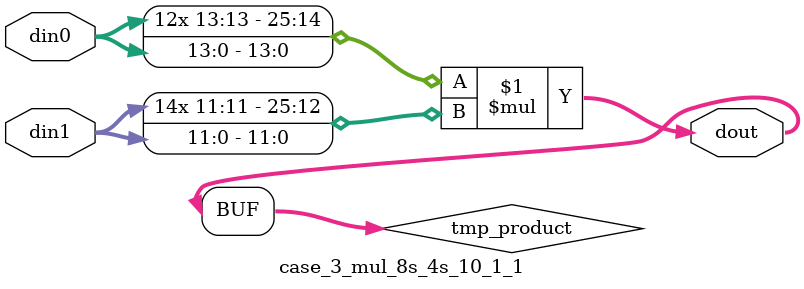
<source format=v>

`timescale 1 ns / 1 ps

 module case_3_mul_8s_4s_10_1_1(din0, din1, dout);
parameter ID = 1;
parameter NUM_STAGE = 0;
parameter din0_WIDTH = 14;
parameter din1_WIDTH = 12;
parameter dout_WIDTH = 26;

input [din0_WIDTH - 1 : 0] din0; 
input [din1_WIDTH - 1 : 0] din1; 
output [dout_WIDTH - 1 : 0] dout;

wire signed [dout_WIDTH - 1 : 0] tmp_product;



























assign tmp_product = $signed(din0) * $signed(din1);








assign dout = tmp_product;





















endmodule

</source>
